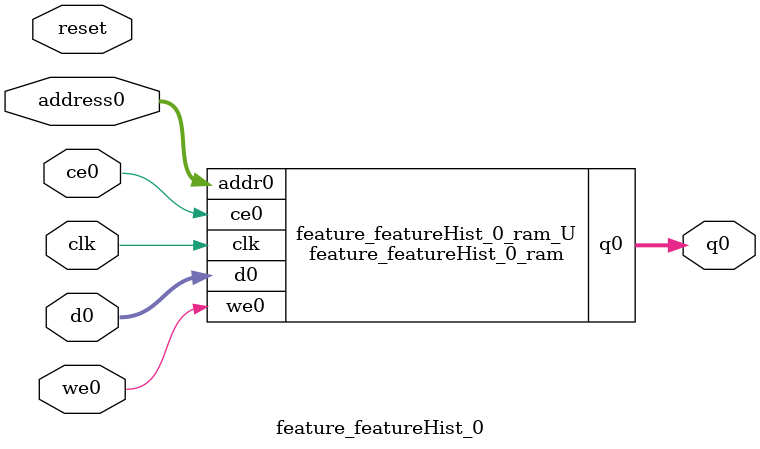
<source format=v>

`timescale 1 ns / 1 ps
module feature_featureHist_0_ram (addr0, ce0, d0, we0, q0,  clk);

parameter DWIDTH = 16;
parameter AWIDTH = 9;
parameter MEM_SIZE = 512;

input[AWIDTH-1:0] addr0;
input ce0;
input[DWIDTH-1:0] d0;
input we0;
output reg[DWIDTH-1:0] q0;
input clk;

(* ram_style = "block" *)reg [DWIDTH-1:0] ram[MEM_SIZE-1:0];




always @(posedge clk)  
begin 
    if (ce0) 
    begin
        if (we0) 
        begin 
            ram[addr0] <= d0; 
            q0 <= d0;
        end 
        else 
            q0 <= ram[addr0];
    end
end


endmodule


`timescale 1 ns / 1 ps
module feature_featureHist_0(
    reset,
    clk,
    address0,
    ce0,
    we0,
    d0,
    q0);

parameter DataWidth = 32'd16;
parameter AddressRange = 32'd512;
parameter AddressWidth = 32'd9;
input reset;
input clk;
input[AddressWidth - 1:0] address0;
input ce0;
input we0;
input[DataWidth - 1:0] d0;
output[DataWidth - 1:0] q0;



feature_featureHist_0_ram feature_featureHist_0_ram_U(
    .clk( clk ),
    .addr0( address0 ),
    .ce0( ce0 ),
    .d0( d0 ),
    .we0( we0 ),
    .q0( q0 ));

endmodule


</source>
